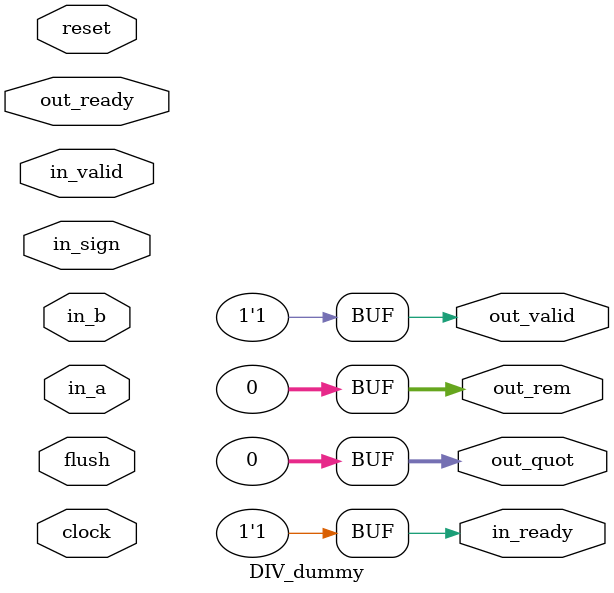
<source format=sv>
module DIV_dummy (
  input clock, reset,

  input flush,

  output in_ready,
  input in_valid,
  input in_sign,
  input [31:0] in_a, in_b,

  input out_ready,
  output out_valid,
  output [31:0] out_quot,
  output [31:0] out_rem
);
  assign in_ready = 1;
  assign out_valid = 1;
  assign out_quot = 0;
  assign out_rem = 0;
endmodule

</source>
